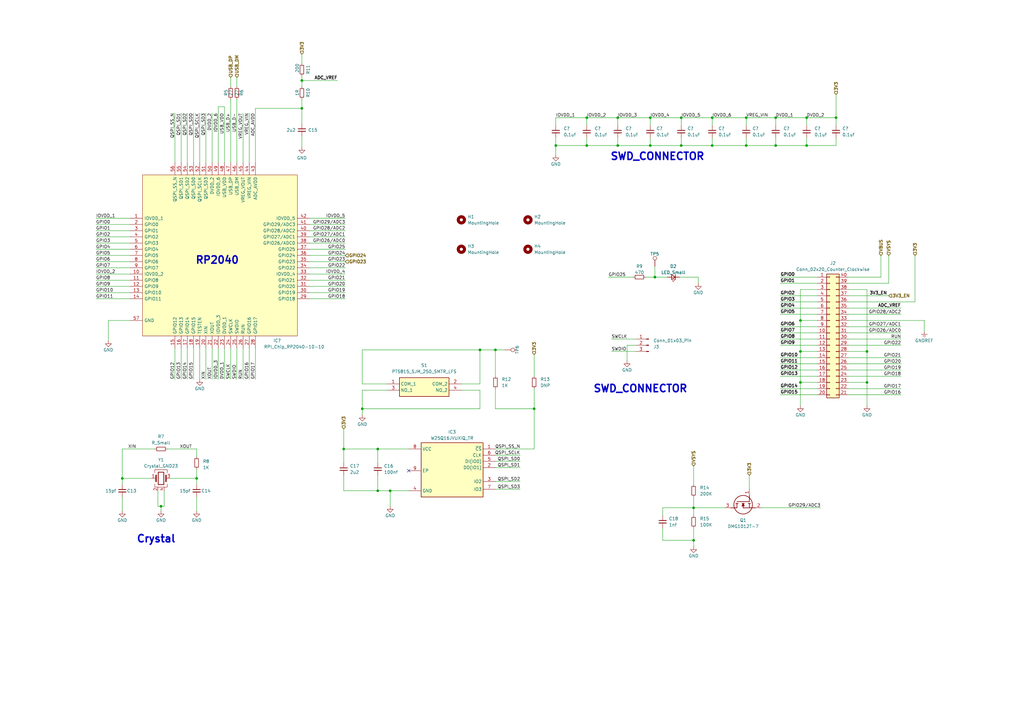
<source format=kicad_sch>
(kicad_sch (version 20230121) (generator eeschema)
  (paper "A3")
  (lib_symbols
    (symbol "Connector:Conn_01x03_Pin" (pin_names (offset 1.016) hide)
      (property "Reference" "J" (at 0 5.08 0))
      (property "Value" "Conn_01x03_Pin" (at 0 -5.08 0))
      (symbol "Conn_01x03_Pin_1_1"
        (pin passive line (at 5.08 2.54 180) (length 3.81) (name "Pin_1") (number "1"))
        (pin passive line (at 5.08 0 180) (length 3.81) (name "Pin_2") (number "2"))
        (pin passive line (at 5.08 -2.54 180) (length 3.81) (name "Pin_3") (number "3"))
      )
    )
    (symbol "Connector:TestPoint" (pin_numbers hide) (pin_names (offset 0.762) hide)
      (property "Reference" "TP" (at 0 6.858 0))
      (property "Value" "TestPoint" (at 0 5.08 0))
      (symbol "TestPoint_1_1"
        (pin passive line (at 0 0 90) (length 2.54) (name "1") (number "1"))
      )
    )
    (symbol "Connector_Generic:Conn_02x20_Counter_Clockwise" (pin_names (offset 1.016) hide)
      (property "Reference" "J" (at 1.27 25.4 0))
      (property "Value" "Conn_02x20_Counter_Clockwise" (at 1.27 -27.94 0))
      (symbol "Conn_02x20_Counter_Clockwise_1_1"
        (pin passive line (at -5.08 22.86 0) (length 3.81) (name "Pin_1") (number "1"))
        (pin passive line (at -5.08 0 0) (length 3.81) (name "Pin_10") (number "10"))
        (pin passive line (at -5.08 -2.54 0) (length 3.81) (name "Pin_11") (number "11"))
        (pin passive line (at -5.08 -5.08 0) (length 3.81) (name "Pin_12") (number "12"))
        (pin passive line (at -5.08 -7.62 0) (length 3.81) (name "Pin_13") (number "13"))
        (pin passive line (at -5.08 -10.16 0) (length 3.81) (name "Pin_14") (number "14"))
        (pin passive line (at -5.08 -12.7 0) (length 3.81) (name "Pin_15") (number "15"))
        (pin passive line (at -5.08 -15.24 0) (length 3.81) (name "Pin_16") (number "16"))
        (pin passive line (at -5.08 -17.78 0) (length 3.81) (name "Pin_17") (number "17"))
        (pin passive line (at -5.08 -20.32 0) (length 3.81) (name "Pin_18") (number "18"))
        (pin passive line (at -5.08 -22.86 0) (length 3.81) (name "Pin_19") (number "19"))
        (pin passive line (at -5.08 20.32 0) (length 3.81) (name "Pin_2") (number "2"))
        (pin passive line (at -5.08 -25.4 0) (length 3.81) (name "Pin_20") (number "20"))
        (pin passive line (at 7.62 -25.4 180) (length 3.81) (name "Pin_21") (number "21"))
        (pin passive line (at 7.62 -22.86 180) (length 3.81) (name "Pin_22") (number "22"))
        (pin passive line (at 7.62 -20.32 180) (length 3.81) (name "Pin_23") (number "23"))
        (pin passive line (at 7.62 -17.78 180) (length 3.81) (name "Pin_24") (number "24"))
        (pin passive line (at 7.62 -15.24 180) (length 3.81) (name "Pin_25") (number "25"))
        (pin passive line (at 7.62 -12.7 180) (length 3.81) (name "Pin_26") (number "26"))
        (pin passive line (at 7.62 -10.16 180) (length 3.81) (name "Pin_27") (number "27"))
        (pin passive line (at 7.62 -7.62 180) (length 3.81) (name "Pin_28") (number "28"))
        (pin passive line (at 7.62 -5.08 180) (length 3.81) (name "Pin_29") (number "29"))
        (pin passive line (at -5.08 17.78 0) (length 3.81) (name "Pin_3") (number "3"))
        (pin passive line (at 7.62 -2.54 180) (length 3.81) (name "Pin_30") (number "30"))
        (pin passive line (at 7.62 0 180) (length 3.81) (name "Pin_31") (number "31"))
        (pin passive line (at 7.62 2.54 180) (length 3.81) (name "Pin_32") (number "32"))
        (pin passive line (at 7.62 5.08 180) (length 3.81) (name "Pin_33") (number "33"))
        (pin passive line (at 7.62 7.62 180) (length 3.81) (name "Pin_34") (number "34"))
        (pin passive line (at 7.62 10.16 180) (length 3.81) (name "Pin_35") (number "35"))
        (pin passive line (at 7.62 12.7 180) (length 3.81) (name "Pin_36") (number "36"))
        (pin passive line (at 7.62 15.24 180) (length 3.81) (name "Pin_37") (number "37"))
        (pin passive line (at 7.62 17.78 180) (length 3.81) (name "Pin_38") (number "38"))
        (pin passive line (at 7.62 20.32 180) (length 3.81) (name "Pin_39") (number "39"))
        (pin passive line (at -5.08 15.24 0) (length 3.81) (name "Pin_4") (number "4"))
        (pin passive line (at 7.62 22.86 180) (length 3.81) (name "Pin_40") (number "40"))
        (pin passive line (at -5.08 12.7 0) (length 3.81) (name "Pin_5") (number "5"))
        (pin passive line (at -5.08 10.16 0) (length 3.81) (name "Pin_6") (number "6"))
        (pin passive line (at -5.08 7.62 0) (length 3.81) (name "Pin_7") (number "7"))
        (pin passive line (at -5.08 5.08 0) (length 3.81) (name "Pin_8") (number "8"))
        (pin passive line (at -5.08 2.54 0) (length 3.81) (name "Pin_9") (number "9"))
      )
    )
    (symbol "Device:C_Small" (pin_numbers hide) (pin_names (offset 0.254) hide)
      (property "Reference" "C" (at 0.254 1.778 0))
      (property "Value" "C_Small" (at 0.254 -2.032 0))
      (symbol "C_Small_1_1"
        (pin passive line (at 0 2.54 270) (length 2.032) (name "~") (number "1"))
        (pin passive line (at 0 -2.54 90) (length 2.032) (name "~") (number "2"))
      )
    )
    (symbol "Device:Crystal_GND23" (pin_names (offset 1.016) hide)
      (property "Reference" "Y1" (at -9.525 12.065 0))
      (property "Value" "Crystal_GND23" (at -9.525 9.525 0))
      (symbol "Crystal_GND23_1_1"
        (pin passive line (at -3.81 0 0) (length 1.27) (name "1") (number "1"))
        (pin passive line (at -1.27 -5.08 90) (length 1.27) (name "2") (number "2"))
        (pin passive line (at 3.81 0 180) (length 1.27) (name "3") (number "3"))
        (pin passive line (at 1.27 -5.08 90) (length 1.27) (name "4") (number "4"))
      )
    )
    (symbol "Device:LED_Small" (pin_numbers hide) (pin_names (offset 0.254) hide)
      (property "Reference" "D" (at -1.27 3.175 0))
      (property "Value" "LED_Small" (at -4.445 -2.54 0))
      (symbol "LED_Small_1_1"
        (pin passive line (at -2.54 0 0) (length 1.778) (name "K") (number "1"))
        (pin passive line (at 2.54 0 180) (length 1.778) (name "A") (number "2"))
      )
    )
    (symbol "Device:R_Small" (pin_numbers hide) (pin_names (offset 0.254) hide)
      (property "Reference" "R" (at 0.762 0.508 0))
      (property "Value" "R_Small" (at 0.762 -1.016 0))
      (symbol "R_Small_1_1"
        (pin passive line (at 0 2.54 270) (length 0.762) (name "~") (number "1"))
        (pin passive line (at 0 -2.54 90) (length 0.762) (name "~") (number "2"))
      )
    )
    (symbol "GND_1" (power) (pin_names (offset 0))
      (property "Value" "GND_1" (at 0 -3.81 0))
      (symbol "GND_1_1_1"
        (pin power_in line (at 0 0 270) (length 0) hide (name "GND") (number "1"))
      )
    )
    (symbol "GND_2" (power) (pin_names (offset 0))
      (property "Value" "GND_2" (at 0 -3.81 0))
      (symbol "GND_2_1_1"
        (pin power_in line (at 0 0 270) (length 0) hide (name "GND") (number "1"))
      )
    )
    (symbol "GND_3" (power) (pin_names (offset 0))
      (property "Value" "GND_3" (at 0 -3.81 0))
      (symbol "GND_3_1_1"
        (pin power_in line (at 0 0 270) (length 0) hide (name "GND") (number "1"))
      )
    )
    (symbol "GND_4" (power) (pin_names (offset 0))
      (property "Value" "GND_4" (at 0 -3.81 0))
      (symbol "GND_4_1_1"
        (pin power_in line (at 0 0 270) (length 0) hide (name "GND") (number "1"))
      )
    )
    (symbol "GND_5" (power) (pin_names (offset 0))
      (property "Value" "GND_5" (at 0 -3.81 0))
      (symbol "GND_5_1_1"
        (pin power_in line (at 0 0 270) (length 0) hide (name "GND") (number "1"))
      )
    )
    (symbol "Mechanical:MountingHole" (pin_names (offset 1.016))
      (property "Reference" "H" (at 0 5.08 0))
      (property "Value" "MountingHole" (at 0 3.175 0))
    )
    (symbol "SamacSys_Parts:DMG1012T-7" (pin_names hide)
      (property "Reference" "Q" (at 11.43 3.81 0))
      (property "Value" "DMG1012T-7" (at 11.43 1.27 0))
      (symbol "DMG1012T-7_1_1"
        (pin passive line (at 0 0 0) (length 2.54) (name "G") (number "1"))
        (pin passive line (at 7.62 -5.08 90) (length 2.54) (name "S") (number "2"))
        (pin passive line (at 7.62 10.16 270) (length 2.54) (name "D") (number "3"))
      )
    )
    (symbol "SamacSys_Parts:PTS815_SJM_250_SMTR_LFS"
      (property "Reference" "S" (at 26.67 7.62 0))
      (property "Value" "PTS815_SJM_250_SMTR_LFS" (at 26.67 5.08 0))
      (symbol "PTS815_SJM_250_SMTR_LFS_1_1"
        (pin passive line (at 0 0 0) (length 5.08) (name "COM_1") (number "1"))
        (pin passive line (at 30.48 0 180) (length 5.08) (name "COM_2") (number "2"))
        (pin passive line (at 0 -2.54 0) (length 5.08) (name "NO_1") (number "3"))
        (pin passive line (at 30.48 -2.54 180) (length 5.08) (name "NO_2") (number "4"))
      )
    )
    (symbol "SamacSys_Parts:RPI_Chip_RP2040-10-10" (pin_names (offset 0.762))
      (property "Reference" "IC1" (at 60.325 -50.165 0))
      (property "Value" "RPI_Chip_RP2040-10-10" (at 67.31 -52.705 0))
      (symbol "RPI_Chip_RP2040-10-10_0_0"
        (pin passive line (at 0 0 0) (length 5.08) (name "IOVDD_1") (number "1"))
        (pin passive line (at 0 -22.86 0) (length 5.08) (name "IOVDD_2") (number "10"))
        (pin passive line (at 0 -25.4 0) (length 5.08) (name "GPIO8") (number "11"))
        (pin passive line (at 0 -27.94 0) (length 5.08) (name "GPIO9") (number "12"))
        (pin passive line (at 0 -30.48 0) (length 5.08) (name "GPIO10") (number "13"))
        (pin passive line (at 0 -33.02 0) (length 5.08) (name "GPIO11") (number "14"))
        (pin passive line (at 18.415 -53.34 90) (length 5.08) (name "GPIO12") (number "15"))
        (pin passive line (at 20.955 -53.34 90) (length 5.08) (name "GPIO13") (number "16"))
        (pin passive line (at 23.495 -53.34 90) (length 5.08) (name "GPIO14") (number "17"))
        (pin passive line (at 26.035 -53.34 90) (length 5.08) (name "GPIO15") (number "18"))
        (pin passive line (at 28.575 -53.34 90) (length 5.08) (name "TESTEN") (number "19"))
        (pin passive line (at 0 -2.54 0) (length 5.08) (name "GPIO0") (number "2"))
        (pin passive line (at 31.115 -53.34 90) (length 5.08) (name "XIN") (number "20"))
        (pin passive line (at 33.655 -53.34 90) (length 5.08) (name "XOUT") (number "21"))
        (pin passive line (at 36.195 -53.34 90) (length 5.08) (name "IOVDD_3") (number "22"))
        (pin passive line (at 38.735 -53.34 90) (length 5.08) (name "DVDD_1") (number "23"))
        (pin passive line (at 41.275 -53.34 90) (length 5.08) (name "SWCLK") (number "24"))
        (pin passive line (at 43.815 -53.34 90) (length 5.08) (name "SWDIO") (number "25"))
        (pin passive line (at 46.355 -53.34 90) (length 5.08) (name "RUN") (number "26"))
        (pin passive line (at 48.895 -53.34 90) (length 5.08) (name "GPIO16") (number "27"))
        (pin passive line (at 51.435 -53.34 90) (length 5.08) (name "GPIO17") (number "28"))
        (pin passive line (at 73.66 -33.02 180) (length 5.08) (name "GPIO18") (number "29"))
        (pin passive line (at 0 -5.08 0) (length 5.08) (name "GPIO1") (number "3"))
        (pin passive line (at 73.66 -30.48 180) (length 5.08) (name "GPIO19") (number "30"))
        (pin passive line (at 73.66 -27.94 180) (length 5.08) (name "GPIO20") (number "31"))
        (pin passive line (at 73.66 -25.4 180) (length 5.08) (name "GPIO21") (number "32"))
        (pin passive line (at 73.66 -22.86 180) (length 5.08) (name "IOVDD_4") (number "33"))
        (pin passive line (at 73.66 -20.32 180) (length 5.08) (name "GPIO22") (number "34"))
        (pin passive line (at 73.66 -17.78 180) (length 5.08) (name "GPIO23") (number "35"))
        (pin passive line (at 73.66 -15.24 180) (length 5.08) (name "GPIO24") (number "36"))
        (pin passive line (at 73.66 -12.7 180) (length 5.08) (name "GPIO25") (number "37"))
        (pin passive line (at 73.66 -10.16 180) (length 5.08) (name "GPIO26/ADC0") (number "38"))
        (pin passive line (at 73.66 -7.62 180) (length 5.08) (name "GPIO27/ADC1") (number "39"))
        (pin passive line (at 0 -7.62 0) (length 5.08) (name "GPIO2") (number "4"))
        (pin passive line (at 73.66 -5.08 180) (length 5.08) (name "GPIO28/ADC2") (number "40"))
        (pin passive line (at 73.66 -2.54 180) (length 5.08) (name "GPIO29/ADC3") (number "41"))
        (pin passive line (at 73.66 0 180) (length 5.08) (name "IOVDD_5") (number "42"))
        (pin passive line (at 51.435 22.86 270) (length 5.08) (name "ADC_AVDD") (number "43"))
        (pin passive line (at 48.895 22.86 270) (length 5.08) (name "VREG_VIN") (number "44"))
        (pin passive line (at 46.355 22.86 270) (length 5.08) (name "VREG_VOUT") (number "45"))
        (pin passive line (at 43.815 22.86 270) (length 5.08) (name "USB_DM") (number "46"))
        (pin passive line (at 41.275 22.86 270) (length 5.08) (name "USB_DP") (number "47"))
        (pin passive line (at 38.735 22.86 270) (length 5.08) (name "USB_VDD") (number "48"))
        (pin passive line (at 36.195 22.86 270) (length 5.08) (name "IOVDD_6") (number "49"))
        (pin passive line (at 0 -10.16 0) (length 5.08) (name "GPIO3") (number "5"))
        (pin passive line (at 33.655 22.86 270) (length 5.08) (name "DVDD_2") (number "50"))
        (pin passive line (at 31.115 22.86 270) (length 5.08) (name "QSPI_SD3") (number "51"))
        (pin passive line (at 28.575 22.86 270) (length 5.08) (name "QSPI_SCLK") (number "52"))
        (pin passive line (at 26.035 22.86 270) (length 5.08) (name "QSPI_SD0") (number "53"))
        (pin passive line (at 23.495 22.86 270) (length 5.08) (name "QSPI_SD2") (number "54"))
        (pin passive line (at 20.955 22.86 270) (length 5.08) (name "QSPI_SD1") (number "55"))
        (pin passive line (at 18.415 22.86 270) (length 5.08) (name "QSPI_SS_N") (number "56"))
        (pin passive line (at 0 -41.91 0) (length 5.08) (name "GND") (number "57"))
        (pin passive line (at 0 -12.7 0) (length 5.08) (name "GPIO4") (number "6"))
        (pin passive line (at 0 -15.24 0) (length 5.08) (name "GPIO5") (number "7"))
        (pin passive line (at 0 -17.78 0) (length 5.08) (name "GPIO6") (number "8"))
        (pin passive line (at 0 -20.32 0) (length 5.08) (name "GPIO7") (number "9"))
      )
    )
    (symbol "SamacSys_Parts:W25Q16JVUXIQ_TR"
      (property "Reference" "IC3" (at 17.78 6.985 0))
      (property "Value" "W25Q16JVUXIQ_TR" (at 17.78 4.445 0))
      (symbol "W25Q16JVUXIQ_TR_1_1"
        (pin passive line (at 35.56 0 180) (length 5.08) (name "~{CS}") (number "1"))
        (pin passive line (at 35.56 -7.62 180) (length 5.08) (name "DO(IO1)") (number "2"))
        (pin passive line (at 35.56 -13.335 180) (length 5.08) (name "IO2") (number "3"))
        (pin passive line (at 0 -17.145 0) (length 5.08) (name "GND") (number "4"))
        (pin passive line (at 35.56 -5.08 180) (length 5.08) (name "DI(IO0)") (number "5"))
        (pin passive line (at 35.56 -2.54 180) (length 5.08) (name "CLK") (number "6"))
        (pin passive line (at 35.56 -16.51 180) (length 5.08) (name "IO3") (number "7"))
        (pin passive line (at 0 0 0) (length 5.08) (name "VCC") (number "8"))
        (pin passive line (at 0 -8.89 0) (length 5.08) (name "EP") (number "9"))
      )
    )
    (symbol "power:GND" (power) (pin_names (offset 0))
      (property "Value" "GND" (at 0 -3.81 0))
      (symbol "GND_1_1"
        (pin power_in line (at 0 0 270) (length 0) hide (name "GND") (number "1"))
      )
    )
    (symbol "power:GNDREF" (power) (pin_names (offset 0))
      (property "Value" "GNDREF" (at 0 -3.81 0))
      (symbol "GNDREF_1_1"
        (pin power_in line (at 0 0 270) (length 0) hide (name "GNDREF") (number "1"))
      )
    )
  )
  (junction (at 154.94 201.295))
  (junction (at 330.835 59.69))
  (junction (at 328.295 144.145))
  (junction (at 355.6 144.145))
  (junction (at 160.02 201.295))
  (junction (at 342.9 48.26))
  (junction (at 148.59 167.64))
  (junction (at 328.295 156.845))
  (junction (at 284.48 221.615))
  (junction (at 253.365 48.26))
  (junction (at 66.04 207.645))
  (junction (at 318.135 48.26))
  (junction (at 227.965 59.69))
  (junction (at 355.6 156.845))
  (junction (at 240.665 59.69))
  (junction (at 253.365 59.69))
  (junction (at 328.295 131.445))
  (junction (at 50.165 196.215))
  (junction (at 240.665 48.26))
  (junction (at 292.1 59.69))
  (junction (at 203.2 143.51))
  (junction (at 279.4 48.26))
  (junction (at 123.825 33.02))
  (junction (at 80.645 196.215))
  (junction (at 196.85 143.51))
  (junction (at 330.835 48.26))
  (junction (at 154.94 184.15))
  (junction (at 318.135 59.69))
  (junction (at 268.605 113.665))
  (junction (at 219.075 167.64))
  (junction (at 279.4 59.69))
  (junction (at 123.825 44.45))
  (junction (at 266.7 59.69))
  (junction (at 306.07 59.69))
  (junction (at 140.97 184.15))
  (junction (at 292.1 48.26))
  (junction (at 266.7 48.26))
  (junction (at 284.48 208.28))
  (junction (at 306.07 48.26))
  (no_connect (at 167.64 193.04))
  (wire (pts (xy 64.77 207.645) (xy 66.04 207.645)))
  (wire (pts (xy 355.6 118.745) (xy 355.6 144.145)))
  (wire (pts (xy 320.04 128.905) (xy 335.28 128.905)))
  (wire (pts (xy 279.4 56.515) (xy 279.4 59.69)))
  (wire (pts (xy 71.755 155.575) (xy 71.755 142.875)))
  (wire (pts (xy 123.825 55.88) (xy 123.825 60.325)))
  (wire (pts (xy 123.825 31.115) (xy 123.825 33.02)))
  (wire (pts (xy 375.285 104.775) (xy 375.285 123.825)))
  (wire (pts (xy 196.85 167.64) (xy 196.85 160.02)))
  (wire (pts (xy 328.295 131.445) (xy 335.28 131.445)))
  (wire (pts (xy 266.7 56.515) (xy 266.7 59.69)))
  (wire (pts (xy 50.165 203.835) (xy 50.165 209.55)))
  (wire (pts (xy 328.295 118.745) (xy 328.295 131.445)))
  (wire (pts (xy 127 92.075) (xy 141.605 92.075)))
  (wire (pts (xy 320.04 123.825) (xy 335.28 123.825)))
  (wire (pts (xy 92.075 43.815) (xy 92.075 66.675)))
  (wire (pts (xy 369.57 133.985) (xy 347.98 133.985)))
  (wire (pts (xy 203.2 154.305) (xy 203.2 143.51)))
  (wire (pts (xy 79.375 155.575) (xy 79.375 142.875)))
  (wire (pts (xy 97.155 155.575) (xy 97.155 142.875)))
  (wire (pts (xy 97.155 40.64) (xy 97.155 66.675)))
  (wire (pts (xy 203.2 184.15) (xy 219.075 184.15)))
  (wire (pts (xy 50.165 196.215) (xy 50.165 198.755)))
  (wire (pts (xy 320.04 139.065) (xy 335.28 139.065)))
  (wire (pts (xy 80.645 196.215) (xy 80.645 198.755)))
  (wire (pts (xy 330.835 59.69) (xy 318.135 59.69)))
  (wire (pts (xy 94.615 40.64) (xy 94.615 66.675)))
  (wire (pts (xy 250.825 139.065) (xy 260.985 139.065)))
  (wire (pts (xy 71.755 46.355) (xy 71.755 66.675)))
  (wire (pts (xy 306.07 48.26) (xy 306.07 51.435)))
  (wire (pts (xy 284.48 221.615) (xy 284.48 224.155)))
  (wire (pts (xy 330.835 56.515) (xy 330.835 59.69)))
  (wire (pts (xy 306.07 48.26) (xy 318.135 48.26)))
  (wire (pts (xy 271.78 216.535) (xy 271.78 221.615)))
  (wire (pts (xy 213.36 200.66) (xy 203.2 200.66)))
  (wire (pts (xy 320.04 121.285) (xy 335.28 121.285)))
  (wire (pts (xy 342.9 59.69) (xy 330.835 59.69)))
  (wire (pts (xy 99.695 46.355) (xy 99.695 66.675)))
  (wire (pts (xy 154.94 189.865) (xy 154.94 184.15)))
  (wire (pts (xy 227.965 59.69) (xy 227.965 56.515)))
  (wire (pts (xy 213.36 186.69) (xy 203.2 186.69)))
  (wire (pts (xy 342.9 48.26) (xy 342.9 51.435)))
  (wire (pts (xy 328.295 156.845) (xy 328.295 166.37)))
  (wire (pts (xy 240.665 48.26) (xy 253.365 48.26)))
  (wire (pts (xy 320.04 136.525) (xy 335.28 136.525)))
  (wire (pts (xy 39.37 99.695) (xy 53.34 99.695)))
  (wire (pts (xy 127 89.535) (xy 141.605 89.535)))
  (wire (pts (xy 64.77 201.295) (xy 64.77 207.645)))
  (wire (pts (xy 148.59 160.02) (xy 148.59 167.64)))
  (wire (pts (xy 39.37 97.155) (xy 53.34 97.155)))
  (wire (pts (xy 99.695 155.575) (xy 99.695 142.875)))
  (wire (pts (xy 148.59 167.64) (xy 196.85 167.64)))
  (wire (pts (xy 67.31 207.645) (xy 67.31 201.295)))
  (wire (pts (xy 253.365 56.515) (xy 253.365 59.69)))
  (wire (pts (xy 39.37 117.475) (xy 53.34 117.475)))
  (wire (pts (xy 79.375 46.355) (xy 79.375 66.675)))
  (wire (pts (xy 127 107.315) (xy 141.605 107.315)))
  (wire (pts (xy 154.94 184.15) (xy 167.64 184.15)))
  (wire (pts (xy 76.835 155.575) (xy 76.835 142.875)))
  (wire (pts (xy 39.37 120.015) (xy 53.34 120.015)))
  (wire (pts (xy 369.57 159.385) (xy 347.98 159.385)))
  (wire (pts (xy 127 99.695) (xy 141.605 99.695)))
  (wire (pts (xy 127 122.555) (xy 141.605 122.555)))
  (wire (pts (xy 364.49 104.775) (xy 364.49 116.205)))
  (wire (pts (xy 318.135 56.515) (xy 318.135 59.69)))
  (wire (pts (xy 86.995 155.575) (xy 86.995 142.875)))
  (wire (pts (xy 158.75 160.02) (xy 148.59 160.02)))
  (wire (pts (xy 347.98 118.745) (xy 355.6 118.745)))
  (wire (pts (xy 39.37 94.615) (xy 53.34 94.615)))
  (wire (pts (xy 102.235 155.575) (xy 102.235 142.875)))
  (wire (pts (xy 140.97 175.895) (xy 140.97 184.15)))
  (wire (pts (xy 306.07 59.69) (xy 292.1 59.69)))
  (wire (pts (xy 127 109.855) (xy 141.605 109.855)))
  (wire (pts (xy 39.37 92.075) (xy 53.34 92.075)))
  (wire (pts (xy 203.2 167.64) (xy 219.075 167.64)))
  (wire (pts (xy 320.04 161.925) (xy 335.28 161.925)))
  (wire (pts (xy 104.775 44.45) (xy 123.825 44.45)))
  (wire (pts (xy 361.315 104.775) (xy 361.315 113.665)))
  (wire (pts (xy 68.58 184.15) (xy 80.645 184.15)))
  (wire (pts (xy 219.075 167.64) (xy 219.075 159.385)))
  (wire (pts (xy 167.64 201.295) (xy 160.02 201.295)))
  (wire (pts (xy 292.1 48.26) (xy 306.07 48.26)))
  (wire (pts (xy 127 114.935) (xy 141.605 114.935)))
  (wire (pts (xy 104.775 44.45) (xy 104.775 66.675)))
  (wire (pts (xy 127 112.395) (xy 141.605 112.395)))
  (wire (pts (xy 253.365 48.26) (xy 253.365 51.435)))
  (wire (pts (xy 227.965 51.435) (xy 227.965 48.26)))
  (wire (pts (xy 127 104.775) (xy 141.605 104.775)))
  (wire (pts (xy 213.36 189.23) (xy 203.2 189.23)))
  (wire (pts (xy 148.59 170.18) (xy 148.59 167.64)))
  (wire (pts (xy 284.48 221.615) (xy 284.48 216.535)))
  (wire (pts (xy 148.59 143.51) (xy 196.85 143.51)))
  (wire (pts (xy 66.04 207.645) (xy 66.04 209.55)))
  (wire (pts (xy 81.915 46.355) (xy 81.915 66.675)))
  (wire (pts (xy 318.135 59.69) (xy 306.07 59.69)))
  (wire (pts (xy 219.075 145.415) (xy 219.075 154.305)))
  (wire (pts (xy 320.04 149.225) (xy 335.28 149.225)))
  (wire (pts (xy 84.455 46.355) (xy 84.455 66.675)))
  (wire (pts (xy 355.6 156.845) (xy 355.6 166.37)))
  (wire (pts (xy 249.555 113.665) (xy 259.715 113.665)))
  (wire (pts (xy 361.315 113.665) (xy 347.98 113.665)))
  (wire (pts (xy 127 94.615) (xy 141.605 94.615)))
  (wire (pts (xy 268.605 113.665) (xy 273.685 113.665)))
  (wire (pts (xy 213.36 191.77) (xy 203.2 191.77)))
  (wire (pts (xy 286.385 113.665) (xy 286.385 116.205)))
  (wire (pts (xy 271.78 221.615) (xy 284.48 221.615)))
  (wire (pts (xy 369.57 161.925) (xy 347.98 161.925)))
  (wire (pts (xy 318.135 48.26) (xy 330.835 48.26)))
  (wire (pts (xy 89.535 43.815) (xy 92.075 43.815)))
  (wire (pts (xy 89.535 43.815) (xy 89.535 66.675)))
  (wire (pts (xy 342.9 38.735) (xy 342.9 48.26)))
  (wire (pts (xy 127 102.235) (xy 141.605 102.235)))
  (wire (pts (xy 196.85 157.48) (xy 189.23 157.48)))
  (wire (pts (xy 158.75 157.48) (xy 148.59 157.48)))
  (wire (pts (xy 154.94 201.295) (xy 160.02 201.295)))
  (wire (pts (xy 39.37 102.235) (xy 53.34 102.235)))
  (wire (pts (xy 347.98 121.285) (xy 364.49 121.285)))
  (wire (pts (xy 81.915 155.575) (xy 81.915 142.875)))
  (wire (pts (xy 369.57 141.605) (xy 347.98 141.605)))
  (wire (pts (xy 44.45 131.445) (xy 44.45 139.7)))
  (wire (pts (xy 102.235 46.355) (xy 102.235 66.675)))
  (wire (pts (xy 320.04 116.205) (xy 335.28 116.205)))
  (wire (pts (xy 69.85 196.215) (xy 80.645 196.215)))
  (wire (pts (xy 342.9 56.515) (xy 342.9 59.69)))
  (wire (pts (xy 336.55 208.28) (xy 312.42 208.28)))
  (wire (pts (xy 123.825 40.64) (xy 123.825 44.45)))
  (wire (pts (xy 123.825 33.02) (xy 123.825 35.56)))
  (wire (pts (xy 39.37 109.855) (xy 53.34 109.855)))
  (wire (pts (xy 140.97 189.865) (xy 140.97 184.15)))
  (wire (pts (xy 320.04 113.665) (xy 335.28 113.665)))
  (wire (pts (xy 266.7 59.69) (xy 253.365 59.69)))
  (wire (pts (xy 240.665 59.69) (xy 227.965 59.69)))
  (wire (pts (xy 196.85 160.02) (xy 189.23 160.02)))
  (wire (pts (xy 50.165 196.215) (xy 50.165 184.15)))
  (wire (pts (xy 39.37 89.535) (xy 53.34 89.535)))
  (wire (pts (xy 369.57 149.225) (xy 347.98 149.225)))
  (wire (pts (xy 53.34 131.445) (xy 44.45 131.445)))
  (wire (pts (xy 284.48 191.135) (xy 284.48 198.755)))
  (wire (pts (xy 89.535 155.575) (xy 89.535 142.875)))
  (wire (pts (xy 320.04 154.305) (xy 335.28 154.305)))
  (wire (pts (xy 292.1 56.515) (xy 292.1 59.69)))
  (wire (pts (xy 369.57 146.685) (xy 347.98 146.685)))
  (wire (pts (xy 74.295 155.575) (xy 74.295 142.875)))
  (wire (pts (xy 318.135 48.26) (xy 318.135 51.435)))
  (wire (pts (xy 127 97.155) (xy 141.605 97.155)))
  (wire (pts (xy 39.37 114.935) (xy 53.34 114.935)))
  (wire (pts (xy 219.075 184.15) (xy 219.075 167.64)))
  (wire (pts (xy 84.455 155.575) (xy 84.455 142.875)))
  (wire (pts (xy 74.295 46.355) (xy 74.295 66.675)))
  (wire (pts (xy 328.295 144.145) (xy 335.28 144.145)))
  (wire (pts (xy 347.98 126.365) (xy 369.57 126.365)))
  (wire (pts (xy 355.6 144.145) (xy 347.98 144.145)))
  (wire (pts (xy 306.07 56.515) (xy 306.07 59.69)))
  (wire (pts (xy 369.57 136.525) (xy 347.98 136.525)))
  (wire (pts (xy 76.835 46.355) (xy 76.835 66.675)))
  (wire (pts (xy 347.98 156.845) (xy 355.6 156.845)))
  (wire (pts (xy 240.665 48.26) (xy 240.665 51.435)))
  (wire (pts (xy 271.78 211.455) (xy 271.78 208.28)))
  (wire (pts (xy 94.615 31.75) (xy 94.615 35.56)))
  (wire (pts (xy 369.57 154.305) (xy 347.98 154.305)))
  (wire (pts (xy 369.57 151.765) (xy 347.98 151.765)))
  (wire (pts (xy 123.825 44.45) (xy 123.825 50.8)))
  (wire (pts (xy 160.02 201.295) (xy 160.02 207.645)))
  (wire (pts (xy 127 117.475) (xy 141.605 117.475)))
  (wire (pts (xy 284.48 203.835) (xy 284.48 208.28)))
  (wire (pts (xy 369.57 128.905) (xy 347.98 128.905)))
  (wire (pts (xy 292.1 48.26) (xy 292.1 51.435)))
  (wire (pts (xy 227.965 59.69) (xy 227.965 63.5)))
  (wire (pts (xy 320.04 159.385) (xy 335.28 159.385)))
  (wire (pts (xy 320.04 151.765) (xy 335.28 151.765)))
  (wire (pts (xy 154.94 201.295) (xy 140.97 201.295)))
  (wire (pts (xy 140.97 201.295) (xy 140.97 194.945)))
  (wire (pts (xy 257.175 141.605) (xy 257.175 147.955)))
  (wire (pts (xy 320.04 146.685) (xy 335.28 146.685)))
  (wire (pts (xy 379.095 131.445) (xy 379.095 135.89)))
  (wire (pts (xy 240.665 56.515) (xy 240.665 59.69)))
  (wire (pts (xy 253.365 59.69) (xy 240.665 59.69)))
  (wire (pts (xy 279.4 48.26) (xy 292.1 48.26)))
  (wire (pts (xy 148.59 157.48) (xy 148.59 143.51)))
  (wire (pts (xy 271.78 208.28) (xy 284.48 208.28)))
  (wire (pts (xy 94.615 155.575) (xy 94.615 142.875)))
  (wire (pts (xy 140.97 184.15) (xy 154.94 184.15)))
  (wire (pts (xy 297.18 208.28) (xy 284.48 208.28)))
  (wire (pts (xy 330.835 48.26) (xy 342.9 48.26)))
  (wire (pts (xy 284.48 208.28) (xy 284.48 211.455)))
  (wire (pts (xy 279.4 48.26) (xy 279.4 51.435)))
  (wire (pts (xy 266.7 48.26) (xy 279.4 48.26)))
  (wire (pts (xy 203.2 143.51) (xy 207.01 143.51)))
  (wire (pts (xy 104.775 155.575) (xy 104.775 142.875)))
  (wire (pts (xy 80.645 192.405) (xy 80.645 196.215)))
  (wire (pts (xy 66.04 207.645) (xy 67.31 207.645)))
  (wire (pts (xy 347.98 116.205) (xy 364.49 116.205)))
  (wire (pts (xy 260.985 141.605) (xy 257.175 141.605)))
  (wire (pts (xy 80.645 203.835) (xy 80.645 209.55)))
  (wire (pts (xy 62.23 196.215) (xy 50.165 196.215)))
  (wire (pts (xy 203.2 159.385) (xy 203.2 167.64)))
  (wire (pts (xy 347.98 123.825) (xy 375.285 123.825)))
  (wire (pts (xy 97.155 31.75) (xy 97.155 35.56)))
  (wire (pts (xy 123.825 33.02) (xy 138.43 33.02)))
  (wire (pts (xy 328.295 156.845) (xy 335.28 156.845)))
  (wire (pts (xy 335.28 118.745) (xy 328.295 118.745)))
  (wire (pts (xy 279.4 59.69) (xy 266.7 59.69)))
  (wire (pts (xy 266.7 48.26) (xy 266.7 51.435)))
  (wire (pts (xy 39.37 122.555) (xy 53.34 122.555)))
  (wire (pts (xy 328.295 131.445) (xy 328.295 144.145)))
  (wire (pts (xy 50.165 184.15) (xy 63.5 184.15)))
  (wire (pts (xy 196.85 143.51) (xy 203.2 143.51)))
  (wire (pts (xy 123.825 22.225) (xy 123.825 26.035)))
  (wire (pts (xy 292.1 59.69) (xy 279.4 59.69)))
  (wire (pts (xy 250.825 144.145) (xy 260.985 144.145)))
  (wire (pts (xy 213.36 197.485) (xy 203.2 197.485)))
  (wire (pts (xy 320.04 126.365) (xy 335.28 126.365)))
  (wire (pts (xy 39.37 107.315) (xy 53.34 107.315)))
  (wire (pts (xy 80.645 184.15) (xy 80.645 187.325)))
  (wire (pts (xy 369.57 139.065) (xy 347.98 139.065)))
  (wire (pts (xy 92.075 155.575) (xy 92.075 142.875)))
  (wire (pts (xy 86.995 46.355) (xy 86.995 66.675)))
  (wire (pts (xy 328.295 144.145) (xy 328.295 156.845)))
  (wire (pts (xy 264.795 113.665) (xy 268.605 113.665)))
  (wire (pts (xy 355.6 144.145) (xy 355.6 156.845)))
  (wire (pts (xy 253.365 48.26) (xy 266.7 48.26)))
  (wire (pts (xy 39.37 104.775) (xy 53.34 104.775)))
  (wire (pts (xy 268.605 109.22) (xy 268.605 113.665)))
  (wire (pts (xy 227.965 48.26) (xy 240.665 48.26)))
  (wire (pts (xy 307.34 194.945) (xy 307.34 200.66)))
  (wire (pts (xy 39.37 112.395) (xy 53.34 112.395)))
  (wire (pts (xy 278.765 113.665) (xy 286.385 113.665)))
  (wire (pts (xy 330.835 48.26) (xy 330.835 51.435)))
  (wire (pts (xy 320.04 133.985) (xy 335.28 133.985)))
  (wire (pts (xy 154.94 194.945) (xy 154.94 201.295)))
  (wire (pts (xy 320.04 141.605) (xy 335.28 141.605)))
  (wire (pts (xy 347.98 131.445) (xy 379.095 131.445)))
  (wire (pts (xy 196.85 143.51) (xy 196.85 157.48)))
  (wire (pts (xy 127 120.015) (xy 141.605 120.015)))
  (text "RP2040\n" (at 80.01 108.585 0) (effects (font (size 3 3) (thickness 0.6) bold) (justify left bottom)))
  (text "SWD_CONNECTOR" (at 250.19 66.04 0) (effects (font (size 3 3) (thickness 0.6) bold) (justify left bottom)))
  (text "SWD_CONNECTOR" (at 243.205 161.29 0) (effects (font (size 3 3) (thickness 0.6) bold) (justify left bottom)))
  (text "Crystal" (at 55.88 222.885 0) (effects (font (size 3 3) (thickness 0.6) bold) (justify left bottom)))
  (label "GPIO22" (at 141.605 109.855 180))
  (label "SWCLK" (at 94.615 155.575 90))
  (label "DVDD_2" (at 86.995 46.355 270))
  (label "IOVDD_1" (at 39.37 89.535 0))
  (label "3V3_EN" (at 363.855 121.285 180) (effects (font bold)))
  (label "QSPI_SD2" (at 213.36 197.485 180))
  (label "QSPI_SD0" (at 79.375 46.355 270))
  (label "GPIO18" (at 369.57 154.305 180))
  (label "DVDD_2" (at 330.835 48.26 0))
  (label "GPIO3" (at 39.37 99.695 0))
  (label "QSPI_SS_N" (at 213.36 184.15 180))
  (label "RUN" (at 99.695 155.575 90))
  (label "GPIO13" (at 74.295 155.575 90))
  (label "XIN" (at 55.88 184.15 180))
  (label "GPIO29{slash}ADC3" (at 141.605 92.075 180))
  (label "SWCLK" (at 250.825 139.065 0))
  (label "IOVDD_5" (at 279.4 48.26 0))
  (label "GPIO8" (at 320.04 139.065 0) (effects (font bold)))
  (label "GPIO5" (at 39.37 104.775 0))
  (label "ADC_VREF" (at 369.57 126.365 180) (effects (font bold)))
  (label "GPIO26{slash}ADC0" (at 141.605 99.695 180))
  (label "QSPI_SCLK" (at 213.36 186.69 180))
  (label "GPIO2" (at 320.04 121.285 0) (effects (font bold)))
  (label "GPIO25" (at 249.555 113.665 0))
  (label "GPIO27{slash}ADC1" (at 369.57 133.985 180))
  (label "GPIO0" (at 39.37 92.075 0))
  (label "GPIO11" (at 320.04 149.225 0) (effects (font bold)))
  (label "QSPI_SS_N" (at 71.755 46.355 270))
  (label "DVDD_1" (at 92.075 155.575 90))
  (label "GPIO29{slash}ADC3" (at 336.55 208.28 180))
  (label "IOVDD_5" (at 141.605 89.535 180))
  (label "IOVDD_4" (at 141.605 112.395 180))
  (label "GPIO19" (at 369.57 151.765 180))
  (label "GPIO1" (at 320.04 116.205 0) (effects (font bold)))
  (label "GPIO14" (at 320.04 159.385 0) (effects (font bold)))
  (label "GPIO3" (at 320.04 123.825 0) (effects (font bold)))
  (label "VREG_VIN" (at 306.07 48.26 0))
  (label "GPIO4" (at 39.37 102.235 0))
  (label "GPIO14" (at 76.835 155.575 90))
  (label "GPIO22" (at 369.57 141.605 180))
  (label "GPIO15" (at 79.375 155.575 90))
  (label "GPIO7" (at 39.37 109.855 0))
  (label "GPIO27{slash}ADC1" (at 141.605 97.155 180))
  (label "GPIO16" (at 102.235 155.575 90))
  (label "QSPI_SCLK" (at 81.915 46.355 270))
  (label "GPIO11" (at 39.37 122.555 0))
  (label "GPIO18" (at 141.605 122.555 180))
  (label "IOVDD_4" (at 266.7 48.26 0))
  (label "VREG_VIN" (at 102.235 46.355 270))
  (label "GPIO19" (at 141.605 120.015 180))
  (label "GPIO17" (at 104.775 155.575 90))
  (label "GPIO4" (at 320.04 126.365 0) (effects (font bold)))
  (label "GPIO0" (at 320.04 113.665 0) (effects (font bold)))
  (label "GPIO21" (at 369.57 146.685 180))
  (label "XOUT" (at 78.74 184.15 180))
  (label "GPIO21" (at 141.605 114.935 180))
  (label "RUN" (at 369.57 139.065 180))
  (label "XOUT" (at 86.995 155.575 90))
  (label "QSPI_SD1" (at 74.295 46.355 270))
  (label "GPIO15" (at 320.04 161.925 0) (effects (font bold)))
  (label "GPIO9" (at 39.37 117.475 0))
  (label "IOVDD_3" (at 89.535 155.575 90))
  (label "GPIO28{slash}ADC2" (at 369.57 128.905 180))
  (label "ADC_VREF" (at 138.43 33.02 180) (effects (font bold)))
  (label "GPIO5" (at 320.04 128.905 0) (effects (font bold)))
  (label "GPIO26{slash}ADC0" (at 369.57 136.525 180))
  (label "USB_D+" (at 94.615 46.355 270))
  (label "XIN" (at 84.455 155.575 90))
  (label "IOVDD_6" (at 89.535 46.355 270))
  (label "GPIO20" (at 369.57 149.225 180))
  (label "IOVDD_6" (at 292.1 48.26 0))
  (label "GPIO12" (at 71.755 155.575 90))
  (label "GPIO1" (at 39.37 94.615 0))
  (label "SWDIO" (at 250.825 144.145 0))
  (label "IOVDD_2" (at 240.665 48.26 0))
  (label "GPIO7" (at 320.04 136.525 0) (effects (font bold)))
  (label "GPIO23" (at 141.605 107.315 180))
  (label "GPIO2" (at 39.37 97.155 0))
  (label "GPIO9" (at 320.04 141.605 0) (effects (font bold)))
  (label "GPIO12" (at 320.04 151.765 0) (effects (font bold)))
  (label "GPIO6" (at 39.37 107.315 0))
  (label "SWDIO" (at 97.155 155.575 90))
  (label "VREG_VOUT" (at 99.695 46.355 270))
  (label "USB_D-" (at 97.155 46.355 270))
  (label "IOVDD_2" (at 39.37 112.395 0))
  (label "ADC_AVDD" (at 104.775 46.355 270))
  (label "GPIO16" (at 369.57 161.925 180))
  (label "GPIO28{slash}ADC2" (at 141.605 94.615 180))
  (label "DVDD_1" (at 318.135 48.26 0))
  (label "QSPI_SD3" (at 213.36 200.66 180))
  (label "GPIO17" (at 369.57 159.385 180))
  (label "GPIO10" (at 320.04 146.685 0) (effects (font bold)))
  (label "GPIO8" (at 39.37 114.935 0))
  (label "GPIO6" (at 320.04 133.985 0) (effects (font bold)))
  (label "GPIO24" (at 141.605 104.775 180))
  (label "GPIO10" (at 39.37 120.015 0))
  (label "QSPI_SD1" (at 213.36 191.77 180))
  (label "QSPI_SD0" (at 213.36 189.23 180))
  (label "GPIO20" (at 141.605 117.475 180))
  (label "GPIO25" (at 141.605 102.235 180))
  (label "IOVDD_1" (at 227.965 48.26 0))
  (label "GPIO13" (at 320.04 154.305 0) (effects (font bold)))
  (label "QSPI_SD2" (at 76.835 46.355 270))
  (label "QSPI_SD3" (at 84.455 46.355 270))
  (label "USB_VDD" (at 92.075 46.355 270))
  (label "IOVDD_3" (at 253.365 48.26 0))
  (hierarchical_label "USB_DM" (shape input) (at 97.155 31.75 90) (effects (font bold)))
  (hierarchical_label "3V3" (shape input) (at 219.075 145.415 90) (effects (font bold)))
  (hierarchical_label "USB_DP" (shape input) (at 94.615 31.75 90) (effects (font bold)))
  (hierarchical_label "3V3" (shape input) (at 123.825 22.225 90) (effects (font bold)))
  (hierarchical_label "GPIO23" (shape input) (at 141.605 107.315 0) (effects (font bold)))
  (hierarchical_label "3V3_EN" (shape input) (at 364.49 121.285 0) (effects (font bold)))
  (hierarchical_label "3V3" (shape input) (at 140.97 175.895 90) (effects (font bold)))
  (hierarchical_label "3V3" (shape input) (at 307.34 194.945 90) (effects (font bold)))
  (hierarchical_label "VBUS" (shape input) (at 361.315 104.775 90) (effects (font bold)))
  (hierarchical_label "3V3" (shape input) (at 342.9 38.735 90) (effects (font bold)))
  (hierarchical_label "VSYS" (shape input) (at 284.48 191.135 90) (effects (font bold)))
  (hierarchical_label "VSYS" (shape input) (at 364.49 104.775 90) (effects (font bold)))
  (hierarchical_label "3V3" (shape input) (at 375.285 104.775 90) (effects (font bold)))
  (hierarchical_label "GPIO24" (shape input) (at 141.605 104.775 0) (effects (font bold)))
  (symbol (lib_id "Mechanical:MountingHole") (at 189.23 102.235 0) (unit 1)
    (property "Reference" "H3" (at 191.77 100.965 0) (effects (justify left)))
    (property "Value" "MountingHole" (at 191.77 103.505 0) (effects (justify left)))
    (property "Footprint" "footprints:Mounting_Hole" (effects hide))
  )
  (symbol (lib_id "Device:C_Small") (at 227.965 53.975 0) (unit 1)
    (property "Reference" "C?" (at 231.14 52.7113 0) (effects (justify left)))
    (property "Value" "0.1uf" (at 231.14 55.2513 0) (effects (justify left)))
    (property "Footprint" "Capacitor_SMD:C_0201_0603Metric" (effects hide))
    (instances (project "RP2040_Breakout" (path "" (reference "C?") (unit 1)) (path "" (reference "C1") (unit 1))))
  )
  (symbol (lib_id "Mechanical:MountingHole") (at 216.535 90.17 0) (unit 1)
    (property "Reference" "H2" (at 219.075 88.9 0) (effects (justify left)))
    (property "Value" "MountingHole" (at 219.075 91.44 0) (effects (justify left)))
    (property "Footprint" "footprints:Mounting_Hole" (effects hide))
  )
  (symbol (lib_id "Device:C_Small") (at 306.07 53.975 0) (unit 1)
    (property "Reference" "C?" (at 308.61 52.7113 0) (effects (justify left)))
    (property "Value" "0.1uf" (at 308.61 55.2513 0) (effects (justify left)))
    (property "Footprint" "Capacitor_SMD:C_0201_0603Metric" (effects hide))
    (instances (project "RP2040_Breakout" (path "" (reference "C?") (unit 1)) (path "" (reference "C7") (unit 1))))
  )
  (symbol (lib_id "Device:R_Small") (at 66.04 184.15 90) (unit 1)
    (property "Reference" "R7" (at 66.04 179.07 90))
    (property "Value" "R_Small" (at 66.04 181.61 90))
    (property "Footprint" "Resistor_SMD:R_0201_0603Metric" (effects hide))
  )
  (symbol (lib_id "Device:C_Small") (at 266.7 53.975 0) (unit 1)
    (property "Reference" "C?" (at 269.24 52.7113 0) (effects (justify left)))
    (property "Value" "0.1uf" (at 269.24 55.2513 0) (effects (justify left)))
    (property "Footprint" "Capacitor_SMD:C_0201_0603Metric" (effects hide))
    (instances (project "RP2040_Breakout" (path "" (reference "C?") (unit 1)) (path "" (reference "C4") (unit 1))))
  )
  (symbol (lib_name "GND_2") (lib_id "power:GND") (at 148.59 170.18 0) (unit 1)
    (property "Reference" "#PWR015" (effects hide))
    (property "Value" "GND" (at 148.59 173.99 0))
  )
  (symbol (lib_id "SamacSys_Parts:W25Q16JVUXIQ_TR") (at 167.64 184.15 0) (unit 1)
    (property "Reference" "IC3" (at 185.42 177.165 0))
    (property "Value" "W25Q16JVUXIQ_TR" (at 185.42 179.705 0))
    (property "Footprint" "SamacSys_Parts:SON50P300X200X60-9N" (effects hide))
    (property "Datasheet" "https://componentsearchengine.com/Datasheets/1/W25Q16JVUXIQ TR.pdf" (effects hide))
    (property "Height" "0.6" (effects hide))
    (property "Manufacturer_Name" "Winbond" (effects hide))
    (property "Manufacturer_Part_Number" "W25Q16JVUXIQ TR" (effects hide))
    (property "Mouser Part Number" "454-W25Q16JVUXIQTR" (effects hide))
    (property "Mouser Price/Stock" "https://www.mouser.co.uk/ProductDetail/Winbond/W25Q16JVUXIQ-TR?qs=qSfuJ%252Bfl%2Fd7SDdIHLGOd1g%3D%3D" (effects hide))
    (property "Arrow Part Number" "W25Q16JVUXIQ TR" (effects hide))
    (property "Arrow Price/Stock" "https://www.arrow.com/en/products/w25q16jvuxiqtr/winbond-electronics?region=nac" (effects hide))
  )
  (symbol (lib_id "Device:R_Small") (at 203.2 156.845 180) (unit 1)
    (property "Reference" "R12" (at 205.74 155.575 0) (effects (justify right)))
    (property "Value" "1K" (at 205.74 158.115 0) (effects (justify right)))
    (property "Footprint" "Resistor_SMD:R_0201_0603Metric" (effects hide))
  )
  (symbol (lib_id "Connector:Conn_01x03_Pin") (at 266.065 141.605 0) (mirror y) (unit 1)
    (property "Reference" "J3" (at 267.97 142.24 0) (effects (justify right)))
    (property "Value" "Conn_01x03_Pin" (at 267.97 139.7 0) (effects (justify right)))
    (property "Footprint" "footprints:3Pin_Header" (effects hide))
  )
  (symbol (lib_id "SamacSys_Parts:RPI_Chip_RP2040-10-10") (at 53.34 89.535 0) (unit 1)
    (property "Reference" "IC?" (at 113.665 139.7 0))
    (property "Value" "RPI_Chip_RP2040-10-10" (at 120.65 142.24 0))
    (property "Footprint" "SamacSys_Parts:QFN40P700X700X90-57N-D" (effects hide))
    (property "Datasheet" "https://datasheets.raspberrypi.com/rp2040/rp2040-datasheet.pdf" (effects hide))
    (property "Description" "Development Boards & Kits - ARM 10 units" (effects hide))
    (property "Height" "0.9" (effects hide))
    (property "Manufacturer_Name" "RASPBERRY-PI" (effects hide))
    (property "Manufacturer_Part_Number" "RPI Chip RP2040-10-10" (effects hide))
    (property "Mouser Part Number" "358-RP2040CHIP-10-10" (effects hide))
    (property "Mouser Price/Stock" "https://www.mouser.co.uk/ProductDetail/Raspberry-Pi/RPI-Chip-RP2040-10-10?qs=QNEnbhJQKva2vG4DZ5VuhA%3D%3D" (effects hide))
    (instances (project "RP2040_Breakout" (path "" (reference "IC?") (unit 1)) (path "" (reference "IC1") (unit 1))))
  )
  (symbol (lib_id "Device:Crystal_GND23") (at 66.04 196.215 0) (unit 1)
    (property "Reference" "Y1" (at 66.04 188.595 0))
    (property "Value" "Crystal_GND23" (at 66.04 191.135 0))
    (property "Footprint" "SamacSys_Parts:YSX321SL" (effects hide))
  )
  (symbol (lib_id "Device:C_Small") (at 292.1 53.975 0) (unit 1)
    (property "Reference" "C?" (at 294.64 52.7113 0) (effects (justify left)))
    (property "Value" "0.1uf" (at 294.64 55.2513 0) (effects (justify left)))
    (property "Footprint" "Capacitor_SMD:C_0201_0603Metric" (effects hide))
    (instances (project "RP2040_Breakout" (path "" (reference "C?") (unit 1)) (path "" (reference "C6") (unit 1))))
  )
  (symbol (lib_name "GND_4") (lib_id "power:GND") (at 123.825 60.325 0) (unit 1)
    (property "Reference" "#PWR014" (effects hide))
    (property "Value" "GND" (at 123.825 64.77 0))
  )
  (symbol (lib_id "Device:R_Small") (at 94.615 38.1 0) (unit 1)
    (property "Reference" "R5" (at 92.71 39.37 90) (effects (justify left)))
    (property "Value" "27" (at 94.615 39.37 90) (effects (justify left)))
    (property "Footprint" "Resistor_SMD:R_0201_0603Metric" (effects hide))
  )
  (symbol (lib_id "Connector_Generic:Conn_02x20_Counter_Clockwise") (at 340.36 136.525 0) (unit 1)
    (property "Reference" "J2" (at 341.63 107.95 0))
    (property "Value" "Conn_02x20_Counter_Clockwise" (at 341.63 110.49 0))
    (property "Footprint" "footprints:40Pin_Header" (effects hide))
  )
  (symbol (lib_name "GND_1") (lib_id "power:GND") (at 355.6 166.37 0) (unit 1)
    (property "Reference" "#PWR08" (effects hide))
    (property "Value" "GND" (at 355.6 170.18 0))
  )
  (symbol (lib_name "GND_3") (lib_id "power:GND") (at 257.175 147.955 0) (unit 1)
    (property "Reference" "#PWR011" (effects hide))
    (property "Value" "GND" (at 257.175 151.765 0))
  )
  (symbol (lib_id "Device:C_Small") (at 279.4 53.975 0) (unit 1)
    (property "Reference" "C?" (at 281.94 52.7113 0) (effects (justify left)))
    (property "Value" "0.1uf" (at 281.94 55.2513 0) (effects (justify left)))
    (property "Footprint" "Capacitor_SMD:C_0201_0603Metric" (effects hide))
    (instances (project "RP2040_Breakout" (path "" (reference "C?") (unit 1)) (path "" (reference "C5") (unit 1))))
  )
  (symbol (lib_id "Device:C_Small") (at 342.9 53.975 0) (unit 1)
    (property "Reference" "C?" (at 345.44 52.7113 0) (effects (justify left)))
    (property "Value" "0.1uf" (at 345.44 55.2513 0) (effects (justify left)))
    (property "Footprint" "Capacitor_SMD:C_0201_0603Metric" (effects hide))
    (instances (project "RP2040_Breakout" (path "" (reference "C?") (unit 1)) (path "" (reference "C10") (unit 1))))
  )
  (symbol (lib_name "GND_1") (lib_id "power:GND") (at 328.295 166.37 0) (unit 1)
    (property "Reference" "#PWR07" (effects hide))
    (property "Value" "GND" (at 328.295 170.18 0))
  )
  (symbol (lib_name "GND_2") (lib_id "power:GND") (at 50.165 209.55 0) (unit 1)
    (property "Reference" "#PWR09" (effects hide))
    (property "Value" "GND" (at 50.165 213.36 0))
  )
  (symbol (lib_name "GND_3") (lib_id "power:GND") (at 286.385 116.205 0) (unit 1)
    (property "Reference" "#PWR013" (effects hide))
    (property "Value" "GND" (at 286.385 120.015 0))
  )
  (symbol (lib_id "Device:C_Small") (at 318.135 53.975 0) (unit 1)
    (property "Reference" "C?" (at 321.31 52.7113 0) (effects (justify left)))
    (property "Value" "0.1uf" (at 321.31 55.2513 0) (effects (justify left)))
    (property "Footprint" "Capacitor_SMD:C_0201_0603Metric" (effects hide))
    (instances (project "RP2040_Breakout" (path "" (reference "C?") (unit 1)) (path "" (reference "C8") (unit 1))))
  )
  (symbol (lib_id "Connector:TestPoint") (at 207.01 143.51 270) (unit 1)
    (property "Reference" "TP6" (at 212.09 141.605 0) (effects (justify left)))
    (property "Value" " " (at 208.407 145.415 0) (effects (justify left)))
    (property "Footprint" "footprints:Custom_testpad" (effects hide))
  )
  (symbol (lib_id "Device:R_Small") (at 219.075 156.845 180) (unit 1)
    (property "Reference" "R13" (at 221.615 155.575 0) (effects (justify right)))
    (property "Value" "DNP" (at 221.615 158.115 0) (effects (justify right)))
    (property "Footprint" "Resistor_SMD:R_0201_0603Metric" (effects hide))
  )
  (symbol (lib_id "SamacSys_Parts:PTS815_SJM_250_SMTR_LFS") (at 158.75 157.48 0) (unit 1)
    (property "Reference" "S1" (at 173.99 149.86 0))
    (property "Value" "PTS815_SJM_250_SMTR_LFS" (at 173.99 152.4 0))
    (property "Footprint" "SamacSys_Parts:PTS815SJM250SMTRLFS" (effects hide))
    (property "Datasheet" "https://componentsearchengine.com/Datasheets/1/PTS815 SJM 250 SMTR LFS.pdf" (effects hide))
    (property "Height" "2.7" (effects hide))
    (property "Manufacturer_Name" "C & K COMPONENTS" (effects hide))
    (property "Manufacturer_Part_Number" "PTS815 SJM 250 SMTR LFS" (effects hide))
    (property "Mouser Part Number" "611-PTS815SJM250SMTR" (effects hide))
    (property "Mouser Price/Stock" "https://www.mouser.co.uk/ProductDetail/CK/PTS815-SJM-250-SMTR-LFS?qs=ahcBuItHZ3xKWmfV%2F2E6bA%3D%3D" (effects hide))
    (property "Arrow Part Number" "PTS815 SJM 250 SMTR LFS" (effects hide))
    (property "Arrow Price/Stock" "https://www.arrow.com/en/products/pts815-sjm-250-smtr-lfs/ck" (effects hide))
  )
  (symbol (lib_id "Mechanical:MountingHole") (at 216.535 102.235 0) (unit 1)
    (property "Reference" "H4" (at 219.075 100.965 0) (effects (justify left)))
    (property "Value" "MountingHole" (at 219.075 103.505 0) (effects (justify left)))
    (property "Footprint" "footprints:Mounting_Hole" (effects hide))
  )
  (symbol (lib_id "Device:C_Small") (at 140.97 192.405 0) (mirror y) (unit 1)
    (property "Reference" "C17" (at 143.51 191.1413 0) (effects (justify right)))
    (property "Value" "2u2" (at 143.51 193.6813 0) (effects (justify right)))
    (property "Footprint" "Capacitor_SMD:C_0402_1005Metric" (effects hide))
  )
  (symbol (lib_id "SamacSys_Parts:DMG1012T-7") (at 307.34 200.66 90) (mirror x) (unit 1)
    (property "Reference" "Q1" (at 304.8 213.36 90))
    (property "Value" "DMG1012T-7" (at 304.8 215.9 90))
    (property "Footprint" "SamacSys_Parts:SOT50P160X80-3N" (effects hide))
    (property "Datasheet" "https://www.diodes.com/assets/Datasheets/ds31783.pdf" (effects hide))
    (property "Height" "0.8" (effects hide))
    (property "Manufacturer_Name" "Diodes Incorporated" (effects hide))
    (property "Manufacturer_Part_Number" "DMG1012T-7" (effects hide))
    (property "Mouser Part Number" "621-DMG1012T-7" (effects hide))
    (property "Mouser Price/Stock" "https://www.mouser.co.uk/ProductDetail/Diodes-Incorporated/DMG1012T-7?qs=vIZ3oKQCLxoEnfyeB0HcGQ%3D%3D" (effects hide))
    (property "Arrow Part Number" "DMG1012T-7" (effects hide))
    (property "Arrow Price/Stock" "https://www.arrow.com/en/products/dmg1012t-7/diodes-incorporated?region=nac" (effects hide))
  )
  (symbol (lib_id "Device:R_Small") (at 284.48 213.995 180) (unit 1)
    (property "Reference" "R15" (at 287.02 212.725 0) (effects (justify right)))
    (property "Value" "100K" (at 287.02 215.265 0) (effects (justify right)))
    (property "Footprint" "Resistor_SMD:R_0201_0603Metric" (effects hide))
  )
  (symbol (lib_id "Device:C_Small") (at 240.665 53.975 0) (unit 1)
    (property "Reference" "C?" (at 243.84 52.7113 0) (effects (justify left)))
    (property "Value" "0.1uf" (at 243.84 55.2513 0) (effects (justify left)))
    (property "Footprint" "Capacitor_SMD:C_0201_0603Metric" (effects hide))
    (instances (project "RP2040_Breakout" (path "" (reference "C?") (unit 1)) (path "" (reference "C2") (unit 1))))
  )
  (symbol (lib_id "Device:C_Small") (at 271.78 213.995 0) (mirror y) (unit 1)
    (property "Reference" "C18" (at 274.32 212.7313 0) (effects (justify right)))
    (property "Value" "1nf" (at 274.32 215.2713 0) (effects (justify right)))
    (property "Footprint" "Capacitor_SMD:C_0402_1005Metric" (effects hide))
  )
  (symbol (lib_id "Device:C_Small") (at 80.645 201.295 0) (unit 1)
    (property "Reference" "C14" (at 82.55 201.295 0) (effects (justify left)))
    (property "Value" "15pf" (at 73.66 201.295 0) (effects (justify left)))
    (property "Footprint" "Capacitor_SMD:C_0201_0603Metric" (effects hide))
  )
  (symbol (lib_id "Device:C_Small") (at 330.835 53.975 0) (unit 1)
    (property "Reference" "C?" (at 334.01 52.7113 0) (effects (justify left)))
    (property "Value" "0.1uf" (at 334.01 55.2513 0) (effects (justify left)))
    (property "Footprint" "Capacitor_SMD:C_0201_0603Metric" (effects hide))
    (instances (project "RP2040_Breakout" (path "" (reference "C?") (unit 1)) (path "" (reference "C9") (unit 1))))
  )
  (symbol (lib_name "GND_2") (lib_id "power:GND") (at 227.965 63.5 0) (unit 1)
    (property "Reference" "#PWR019" (effects hide))
    (property "Value" "GND" (at 227.965 67.31 0))
  )
  (symbol (lib_id "Device:C_Small") (at 154.94 192.405 0) (mirror y) (unit 1)
    (property "Reference" "C16" (at 157.48 191.1413 0) (effects (justify right)))
    (property "Value" "100nf" (at 157.48 193.6813 0) (effects (justify right)))
    (property "Footprint" "Capacitor_SMD:C_0201_0603Metric" (effects hide))
  )
  (symbol (lib_id "power:GND") (at 81.915 155.575 0) (unit 1)
    (property "Reference" "#PWR?" (effects hide))
    (property "Value" "GND" (at 81.915 159.385 0))
    (instances (project "RP2040_Breakout" (path "" (reference "#PWR?") (unit 1)) (path "" (reference "#PWR02") (unit 1))))
  )
  (symbol (lib_id "Device:C_Small") (at 50.165 201.295 0) (unit 1)
    (property "Reference" "C13" (at 52.07 201.295 0) (effects (justify left)))
    (property "Value" "15pf" (at 43.18 201.295 0) (effects (justify left)))
    (property "Footprint" "Capacitor_SMD:C_0201_0603Metric" (effects hide))
  )
  (symbol (lib_name "GND_2") (lib_id "power:GND") (at 66.04 209.55 0) (unit 1)
    (property "Reference" "#PWR018" (effects hide))
    (property "Value" "GND" (at 66.04 213.36 0))
  )
  (symbol (lib_id "Device:R_Small") (at 262.255 113.665 90) (unit 1)
    (property "Reference" "R9" (at 262.255 109.22 90))
    (property "Value" "470" (at 262.255 111.76 90))
    (property "Footprint" "Resistor_SMD:R_0402_1005Metric" (effects hide))
  )
  (symbol (lib_name "GND_2") (lib_id "power:GND") (at 80.645 209.55 0) (unit 1)
    (property "Reference" "#PWR010" (effects hide))
    (property "Value" "GND" (at 80.645 213.36 0))
  )
  (symbol (lib_name "GND_2") (lib_id "power:GND") (at 160.02 207.645 0) (unit 1)
    (property "Reference" "#PWR016" (effects hide))
    (property "Value" "GND" (at 160.02 211.455 0))
  )
  (symbol (lib_id "Mechanical:MountingHole") (at 189.23 90.17 0) (unit 1)
    (property "Reference" "H1" (at 191.77 88.9 0) (effects (justify left)))
    (property "Value" "MountingHole" (at 191.77 91.44 0) (effects (justify left)))
    (property "Footprint" "footprints:Mounting_Hole" (effects hide))
  )
  (symbol (lib_id "Device:R_Small") (at 80.645 189.865 180) (unit 1)
    (property "Reference" "R8" (at 83.185 189.23 0) (effects (justify right)))
    (property "Value" "1K" (at 83.185 191.77 0) (effects (justify right)))
    (property "Footprint" "Resistor_SMD:R_0201_0603Metric" (effects hide))
  )
  (symbol (lib_id "Device:R_Small") (at 123.825 28.575 0) (unit 1)
    (property "Reference" "R11" (at 126.365 30.48 90) (effects (justify left)))
    (property "Value" "200" (at 121.92 29.845 90) (effects (justify left)))
    (property "Footprint" "Resistor_SMD:R_0201_0603Metric" (effects hide))
  )
  (symbol (lib_id "Device:C_Small") (at 253.365 53.975 0) (unit 1)
    (property "Reference" "C?" (at 256.54 52.7113 0) (effects (justify left)))
    (property "Value" "0.1uf" (at 256.54 55.2513 0) (effects (justify left)))
    (property "Footprint" "Capacitor_SMD:C_0201_0603Metric" (effects hide))
    (instances (project "RP2040_Breakout" (path "" (reference "C?") (unit 1)) (path "" (reference "C3") (unit 1))))
  )
  (symbol (lib_id "power:GND") (at 44.45 139.7 0) (unit 1)
    (property "Reference" "#PWR?" (effects hide))
    (property "Value" "GND" (at 44.45 143.51 0))
    (instances (project "RP2040_Breakout" (path "" (reference "#PWR?") (unit 1)) (path "" (reference "#PWR01") (unit 1))))
  )
  (symbol (lib_name "GND_5") (lib_id "power:GND") (at 284.48 224.155 0) (unit 1)
    (property "Reference" "#PWR017" (effects hide))
    (property "Value" "GND" (at 284.48 227.965 0))
  )
  (symbol (lib_id "Device:C_Small") (at 123.825 53.34 0) (unit 1)
    (property "Reference" "C15" (at 126.365 53.34 0) (effects (justify left)))
    (property "Value" "2u2" (at 117.475 53.34 0) (effects (justify left)))
    (property "Footprint" "Capacitor_SMD:C_0201_0603Metric" (effects hide))
  )
  (symbol (lib_id "Device:R_Small") (at 284.48 201.295 180) (unit 1)
    (property "Reference" "R14" (at 287.02 200.025 0) (effects (justify right)))
    (property "Value" "200K" (at 287.02 202.565 0) (effects (justify right)))
    (property "Footprint" "Resistor_SMD:R_0201_0603Metric" (effects hide))
  )
  (symbol (lib_id "power:GNDREF") (at 379.095 135.89 0) (unit 1)
    (property "Reference" "#PWR012" (effects hide))
    (property "Value" "AGND" (at 379.095 139.7 0))
  )
  (symbol (lib_id "Device:LED_Small") (at 276.225 113.665 180) (unit 1)
    (property "Reference" "D2" (at 276.1615 109.22 0))
    (property "Value" "LED_Small" (at 276.1615 111.76 0))
    (property "Footprint" "LED_SMD:LED_0402_1005Metric" (effects hide))
  )
  (symbol (lib_id "Device:R_Small") (at 123.825 38.1 0) (unit 1)
    (property "Reference" "R10" (at 126.365 40.005 90) (effects (justify left)))
    (property "Value" "1R" (at 121.92 39.37 90) (effects (justify left)))
    (property "Footprint" "Resistor_SMD:R_0201_0603Metric" (effects hide))
  )
  (symbol (lib_id "Device:R_Small") (at 97.155 38.1 0) (unit 1)
    (property "Reference" "R6" (at 99.06 39.37 90) (effects (justify left)))
    (property "Value" "27" (at 97.155 39.37 90) (effects (justify left)))
    (property "Footprint" "Resistor_SMD:R_0201_0603Metric" (effects hide))
  )
  (symbol (lib_id "Connector:TestPoint") (at 268.605 109.22 0) (unit 1)
    (property "Reference" "TP5" (at 266.7 104.14 0) (effects (justify left)))
    (property "Value" " " (at 270.51 107.823 0) (effects (justify left)))
    (property "Footprint" "footprints:Custom_testpad" (effects hide))
  )
)
</source>
